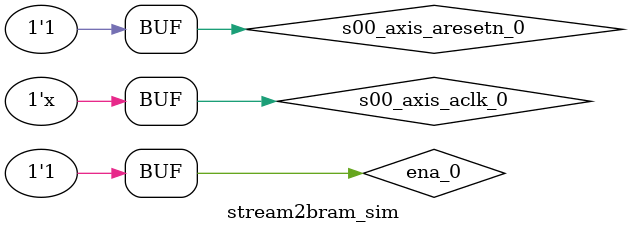
<source format=v>
`timescale 1ns / 1ps


module stream2bram_sim();

  reg [63:0]S00_AXIS_0_tdata;
  reg S00_AXIS_0_tlast;
  wire S00_AXIS_0_tready;
  reg S00_AXIS_0_tvalid;
  
  reg [11:0]addra_0;
  wire [31:0]douta_0;
  reg ena_0;
  
  reg s00_axis_aclk_0;
  reg s00_axis_aresetn_0;

  wire bram_w_enable_0;
  wire [10:0] bram_addr_0;
  
  initial begin
        s00_axis_aclk_0 = 1'b0;
        s00_axis_aresetn_0 = 1'b0;
        
        S00_AXIS_0_tvalid = 1'b0;
        S00_AXIS_0_tlast = 1'b0;
        S00_AXIS_0_tdata = 'd0;
        
        addra_0 = 'd0;
        ena_0 = 1'b0;
        
        #300
        s00_axis_aresetn_0 = 1'b1;
        
        #90
        S00_AXIS_0_tvalid = 1'b1;
        
        #60
        ena_0 = 1'b1;
        
  end
  
  always #10 s00_axis_aclk_0 = ~s00_axis_aclk_0;
  
  always @(posedge s00_axis_aclk_0) begin
    
        if (s00_axis_aresetn_0)
            S00_AXIS_0_tdata =  S00_AXIS_0_tdata + 1;
        
        if (S00_AXIS_0_tdata == 1024 + 32 + 5) begin 
            S00_AXIS_0_tvalid = 1'b0;
            S00_AXIS_0_tlast = 1'b1;
        end else begin
            S00_AXIS_0_tvalid = 1'b1;
            S00_AXIS_0_tlast = 1'b0;
        end
        
        if (S00_AXIS_0_tdata == 1024 + 32 + 5) 
            S00_AXIS_0_tdata = 'd0;
            
            
        if (ena_0)
            addra_0 = addra_0 + 'd1;
        
        if (addra_0 == 1024 + 32)
            addra_0 = 'd0;
            
            
  
  end

    stream2bram stream2bram_i
       (.S00_AXIS_0_tdata(S00_AXIS_0_tdata),
        .S00_AXIS_0_tlast(S00_AXIS_0_tlast),
        .S00_AXIS_0_tready(S00_AXIS_0_tready),
        .S00_AXIS_0_tstrb(),
        .bram_w_enable_0(bram_w_enable_0),
        .bram_addr_0(bram_addr_0),
        .S00_AXIS_0_tvalid(S00_AXIS_0_tvalid),
        .addra_0(addra_0),
        .douta_0(douta_0),
        .ena_0(ena_0),
        .s00_axis_aclk_0(s00_axis_aclk_0),
        .s00_axis_aresetn_0(s00_axis_aresetn_0));
  
/*
  reg [95:0]S00_AXIS_0_tdata;
  reg S00_AXIS_0_tlast;
  wire S00_AXIS_0_tready;
  reg S00_AXIS_0_tvalid;
  
  wire [9:0] A_addr;
  wire A_we;
  wire[63:0] A_data;
  
  reg [10:0]addrb_0;
  wire [31:0]doutb_0;
  reg enb_0;
  reg s00_axis_aclk_0;
  
  reg s00_axis_aresetn_0;
  
  reg [31:0] ctr1;
  reg [31:0] ctr2;
  
 
  initial begin
      s00_axis_aclk_0 = 0;
      s00_axis_aresetn_0 = 0;
      S00_AXIS_0_tdata = 0;
      
      enb_0 = 0;
      addrb_0 = 0;
      
      S00_AXIS_0_tvalid = 0;
      S00_AXIS_0_tlast = 0;
      
      ctr1 = 32'd0;
      ctr2 = 32'h0000_1000;
      
      #30
      s00_axis_aresetn_0 = 1;
      
      #60
      S00_AXIS_0_tvalid = 1;
      
      #100
      enb_0 = 1;
      
  end 
  
  always #10 s00_axis_aclk_0 = ~s00_axis_aclk_0;
  
  always @(posedge s00_axis_aclk_0) begin
         S00_AXIS_0_tdata[90:59] = ctr2; 
         S00_AXIS_0_tdata[42:11] = ctr1;
         
         if (S00_AXIS_0_tvalid) begin
            if (ctr1 < 1023) begin
                ctr1 = ctr1 + 1;
                ctr2 = ctr2 + 1;
                S00_AXIS_0_tlast = 0;
            end else begin
                ctr1 = 32'd0;
                ctr2 = 32'h0000_1000;
                S00_AXIS_0_tlast = 1;
            end
         end
         
         if (enb_0)
            addrb_0 = addrb_0 + 1;

  end
  
  stream2bram stream2bram_i
          (.S00_AXIS_0_tdata(S00_AXIS_0_tdata),
        .S00_AXIS_0_tlast(S00_AXIS_0_tlast),
        .S00_AXIS_0_tready(S00_AXIS_0_tready),
        .S00_AXIS_0_tstrb(),
        .S00_AXIS_0_tvalid(S00_AXIS_0_tvalid),
        .addr_0(A_addr),
        .addrb_0(addrb_0),
        .dataout_0(A_data),
        .doutb_0(doutb_0),
        .enb_0(enb_0),
        .s00_axis_aclk_0(s00_axis_aclk_0),
        .s00_axis_aresetn_0(s00_axis_aresetn_0),
        .wenable_0(A_we));
        
        */
endmodule

</source>
